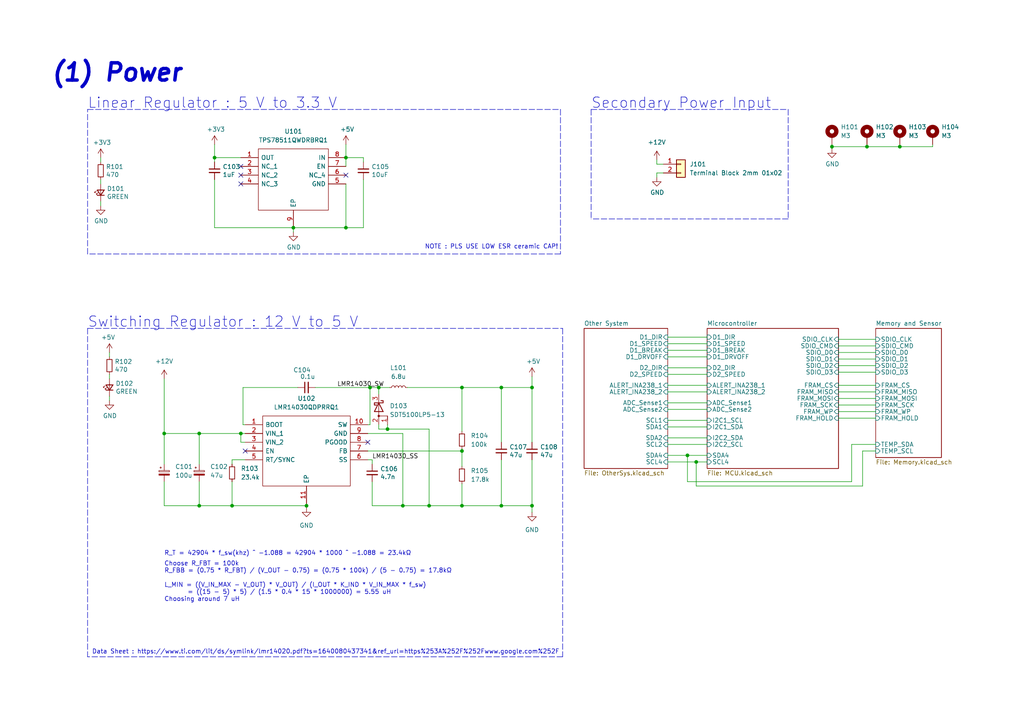
<source format=kicad_sch>
(kicad_sch (version 20211123) (generator eeschema)
  (paper "A4")
  (title_block (title "Power") (date "2021-12-27") (rev "REV1") (company "FIBO"))
  (lib_symbols
    (symbol "Connector_Generic:Conn_01x02" (pin_names (offset 1.016) hide)
      (property "Reference" "J" (at 0 2.54 0))
      (property "Value" "Conn_01x02" (at 0 -5.08 0))
      (symbol "Conn_01x02_1_1"
        (rectangle (start -1.27 -2.413) (end 0 -2.667) (stroke (width 0.1524)))
        (rectangle (start -1.27 0.127) (end 0 -0.127) (stroke (width 0.1524)))
        (rectangle (start -1.27 1.27) (end 1.27 -3.81) (stroke (width 0.254)) (fill (type background)))
        (pin passive line (at -5.08 0 0) (length 3.81) (name "Pin_1") (number "1"))
        (pin passive line (at -5.08 -2.54 0) (length 3.81) (name "Pin_2") (number "2"))
      )
    )
    (symbol "Device:C_Polarized_Small" (pin_numbers hide) (pin_names (offset 0.254) hide)
      (property "Reference" "C" (at 0.254 1.778 0))
      (property "Value" "C_Polarized_Small" (at 0.254 -2.032 0))
      (symbol "C_Polarized_Small_0_1"
        (rectangle (start -1.524 -0.3048) (end 1.524 -0.6858) (fill (type outline)))
        (rectangle (start -1.524 0.6858) (end 1.524 0.3048))
        (polyline (pts (xy -1.27 1.524) (xy -0.762 1.524)))
        (polyline (pts (xy -1.016 1.27) (xy -1.016 1.778)))
      )
      (symbol "C_Polarized_Small_1_1"
        (pin passive line (at 0 2.54 270) (length 1.8542) (name "~") (number "1"))
        (pin passive line (at 0 -2.54 90) (length 1.8542) (name "~") (number "2"))
      )
    )
    (symbol "Device:C_Small" (pin_numbers hide) (pin_names (offset 0.254) hide)
      (property "Reference" "C" (at 0.254 1.778 0))
      (property "Value" "C_Small" (at 0.254 -2.032 0))
      (symbol "C_Small_0_1"
        (polyline (pts (xy -1.524 -0.508) (xy 1.524 -0.508)) (stroke (width 0.3302)))
        (polyline (pts (xy -1.524 0.508) (xy 1.524 0.508)) (stroke (width 0.3048)))
      )
      (symbol "C_Small_1_1"
        (pin passive line (at 0 2.54 270) (length 2.032) (name "~") (number "1"))
        (pin passive line (at 0 -2.54 90) (length 2.032) (name "~") (number "2"))
      )
    )
    (symbol "Device:D_Schottky_AAK" (pin_names (offset 0) hide)
      (property "Reference" "D" (at 0 2.54 0))
      (property "Value" "D_Schottky_AAK" (at 0 -2.54 0))
      (symbol "D_Schottky_AAK_0_1"
        (polyline (pts (xy 1.27 1.27) (xy 1.27 -1.27) (xy -1.27 0) (xy 1.27 1.27)) (stroke (width 0.254)))
        (polyline (pts (xy 3.81 2.54) (xy 2.54 2.54) (xy 2.54 0) (xy -1.27 0)))
        (polyline (pts (xy -1.905 0.635) (xy -1.905 1.27) (xy -1.27 1.27) (xy -1.27 -1.27) (xy -0.635 -1.27) (xy -0.635 -0.635)) (stroke (width 0.254)))
        (circle (center 2.54 0) (radius 0.254) (fill (type outline)))
      )
      (symbol "D_Schottky_AAK_1_1"
        (pin passive line (at 5.08 2.54 180) (length 2.54) (name "A") (number "1"))
        (pin passive line (at 5.08 0 180) (length 2.54) (name "A") (number "2"))
        (pin passive line (at -3.81 0 0) (length 2.54) (name "K") (number "3"))
      )
    )
    (symbol "Device:LED_Small" (pin_numbers hide) (pin_names (offset 0.254) hide)
      (property "Reference" "D" (at -1.27 3.175 0))
      (property "Value" "LED_Small" (at -4.445 -2.54 0))
      (symbol "LED_Small_0_1"
        (polyline (pts (xy -0.762 -1.016) (xy -0.762 1.016)) (stroke (width 0.254)))
        (polyline (pts (xy 1.016 0) (xy -0.762 0)))
        (polyline (pts (xy 0.762 -1.016) (xy -0.762 0) (xy 0.762 1.016) (xy 0.762 -1.016)) (stroke (width 0.254)))
        (polyline (pts (xy 0 0.762) (xy -0.508 1.27) (xy -0.254 1.27) (xy -0.508 1.27) (xy -0.508 1.016)))
        (polyline (pts (xy 0.508 1.27) (xy 0 1.778) (xy 0.254 1.778) (xy 0 1.778) (xy 0 1.524)))
      )
      (symbol "LED_Small_1_1"
        (pin passive line (at -2.54 0 0) (length 1.778) (name "K") (number "1"))
        (pin passive line (at 2.54 0 180) (length 1.778) (name "A") (number "2"))
      )
    )
    (symbol "Device:L_Small" (pin_numbers hide) (pin_names (offset 0.254) hide)
      (property "Reference" "L" (at 0.762 1.016 0))
      (property "Value" "L_Small" (at 0.762 -1.016 0))
      (symbol "L_Small_0_1"
        (arc (start 0 -2.032) (mid 0.508 -1.524) (end 0 -1.016))
        (arc (start 0 -1.016) (mid 0.508 -0.508) (end 0 0))
        (arc (start 0 0) (mid 0.508 0.508) (end 0 1.016))
        (arc (start 0 1.016) (mid 0.508 1.524) (end 0 2.032))
      )
      (symbol "L_Small_1_1"
        (pin passive line (at 0 2.54 270) (length 0.508) (name "~") (number "1"))
        (pin passive line (at 0 -2.54 90) (length 0.508) (name "~") (number "2"))
      )
    )
    (symbol "Device:R_Small" (pin_numbers hide) (pin_names (offset 0.254) hide)
      (property "Reference" "R" (at 0.762 0.508 0))
      (property "Value" "R_Small" (at 0.762 -1.016 0))
      (symbol "R_Small_0_1"
        (rectangle (start -0.762 1.778) (end 0.762 -1.778) (stroke (width 0.2032)))
      )
      (symbol "R_Small_1_1"
        (pin passive line (at 0 2.54 270) (length 0.762) (name "~") (number "1"))
        (pin passive line (at 0 -2.54 90) (length 0.762) (name "~") (number "2"))
      )
    )
    (symbol "Mechanical:MountingHole_Pad" (pin_numbers hide) (pin_names (offset 1.016) hide)
      (property "Reference" "H" (at 0 6.35 0))
      (property "Value" "MountingHole_Pad" (at 0 4.445 0))
      (symbol "MountingHole_Pad_0_1"
        (circle (center 0 1.27) (radius 1.27) (stroke (width 1.27)))
      )
      (symbol "MountingHole_Pad_1_1"
        (pin input line (at 0 -2.54 90) (length 2.54) (name "1") (number "1"))
      )
    )
    (symbol "SamacSys_Parts:TPS78511QWDRBRQ1" (pin_names (offset 0.762))
      (property "Reference" "IC" (at 26.67 7.62 0))
      (property "Value" "TPS78511QWDRBRQ1" (at 26.67 5.08 0))
      (symbol "TPS78511QWDRBRQ1_0_0"
        (pin passive line (at 0 0 0) (length 5.08) (name "OUT") (number "1"))
        (pin passive line (at 0 -2.54 0) (length 5.08) (name "NC_1") (number "2"))
        (pin passive line (at 0 -5.08 0) (length 5.08) (name "NC_2") (number "3"))
        (pin passive line (at 0 -7.62 0) (length 5.08) (name "NC_3") (number "4"))
        (pin passive line (at 30.48 -7.62 180) (length 5.08) (name "GND") (number "5"))
        (pin passive line (at 30.48 -5.08 180) (length 5.08) (name "NC_4") (number "6"))
        (pin passive line (at 30.48 -2.54 180) (length 5.08) (name "EN") (number "7"))
        (pin passive line (at 30.48 0 180) (length 5.08) (name "IN") (number "8"))
        (pin passive line (at 15.24 -20.32 90) (length 5.08) (name "EP") (number "9"))
      )
      (symbol "TPS78511QWDRBRQ1_0_1"
        (polyline (pts (xy 5.08 2.54) (xy 25.4 2.54) (xy 25.4 -15.24) (xy 5.08 -15.24) (xy 5.08 2.54)) (stroke (width 0.1524)))
      )
    )
    (symbol "SamacSys_Parts_2:LMR14030QDPRRQ1" (pin_names (offset 0.762))
      (property "Reference" "IC" (at 31.75 7.62 0))
      (property "Value" "LMR14030QDPRRQ1" (at 31.75 5.08 0))
      (symbol "LMR14030QDPRRQ1_0_0"
        (pin passive line (at 0 0 0) (length 5.08) (name "BOOT") (number "1"))
        (pin passive line (at 35.56 0 180) (length 5.08) (name "SW") (number "10"))
        (pin passive line (at 17.78 -22.86 90) (length 5.08) (name "EP") (number "11"))
        (pin passive line (at 0 -2.54 0) (length 5.08) (name "VIN_1") (number "2"))
        (pin passive line (at 0 -5.08 0) (length 5.08) (name "VIN_2") (number "3"))
        (pin passive line (at 0 -7.62 0) (length 5.08) (name "EN") (number "4"))
        (pin passive line (at 0 -10.16 0) (length 5.08) (name "RT/SYNC") (number "5"))
        (pin passive line (at 35.56 -10.16 180) (length 5.08) (name "SS") (number "6"))
        (pin passive line (at 35.56 -7.62 180) (length 5.08) (name "FB") (number "7"))
        (pin passive line (at 35.56 -5.08 180) (length 5.08) (name "PGOOD") (number "8"))
        (pin passive line (at 35.56 -2.54 180) (length 5.08) (name "GND") (number "9"))
      )
      (symbol "LMR14030QDPRRQ1_0_1"
        (polyline (pts (xy 5.08 2.54) (xy 30.48 2.54) (xy 30.48 -17.78) (xy 5.08 -17.78) (xy 5.08 2.54)) (stroke (width 0.1524)))
      )
    )
    (symbol "power:+12V" (power) (pin_names (offset 0))
      (property "Value" "+12V" (at 0 3.556 0))
      (symbol "+12V_0_1"
        (polyline (pts (xy -0.762 1.27) (xy 0 2.54)))
        (polyline (pts (xy 0 0) (xy 0 2.54)))
        (polyline (pts (xy 0 2.54) (xy 0.762 1.27)))
      )
      (symbol "+12V_1_1"
        (pin power_in line (at 0 0 90) (length 0) hide (name "+12V") (number "1"))
      )
    )
    (symbol "power:+3.3V" (power) (pin_names (offset 0))
      (property "Value" "+3.3V" (at 0 3.556 0))
      (symbol "+3.3V_0_1"
        (polyline (pts (xy -0.762 1.27) (xy 0 2.54)))
        (polyline (pts (xy 0 0) (xy 0 2.54)))
        (polyline (pts (xy 0 2.54) (xy 0.762 1.27)))
      )
      (symbol "+3.3V_1_1"
        (pin power_in line (at 0 0 90) (length 0) hide (name "+3V3") (number "1"))
      )
    )
    (symbol "power:+5V" (power) (pin_names (offset 0))
      (property "Value" "+5V" (at 0 3.556 0))
      (symbol "+5V_0_1"
        (polyline (pts (xy -0.762 1.27) (xy 0 2.54)))
        (polyline (pts (xy 0 0) (xy 0 2.54)))
        (polyline (pts (xy 0 2.54) (xy 0.762 1.27)))
      )
      (symbol "+5V_1_1"
        (pin power_in line (at 0 0 90) (length 0) hide (name "+5V") (number "1"))
      )
    )
    (symbol "power:GND" (power) (pin_names (offset 0))
      (property "Value" "GND" (at 0 -3.81 0))
      (symbol "GND_0_1"
        (polyline (pts (xy 0 0) (xy 0 -1.27) (xy 1.27 -1.27) (xy 0 -2.54) (xy -1.27 -1.27) (xy 0 -1.27)))
      )
      (symbol "GND_1_1"
        (pin power_in line (at 0 0 270) (length 0) hide (name "GND") (number "1"))
      )
    )
  )
  (junction (at 154.305 112.395))
  (junction (at 241.3 42.545))
  (junction (at 133.985 146.685))
  (junction (at 100.33 45.72))
  (junction (at 145.415 146.685))
  (junction (at 199.39 132.08))
  (junction (at 57.785 146.685))
  (junction (at 145.415 112.395))
  (junction (at 85.09 66.04))
  (junction (at 47.625 125.73))
  (junction (at 109.855 112.395))
  (junction (at 100.33 66.04))
  (junction (at 69.85 125.73))
  (junction (at 62.23 45.72))
  (junction (at 67.31 146.685))
  (junction (at 88.9 146.685))
  (junction (at 154.305 146.685))
  (junction (at 112.395 124.46))
  (junction (at 57.785 125.73))
  (junction (at 107.315 112.395))
  (junction (at 260.985 42.545))
  (junction (at 251.46 42.545))
  (junction (at 116.84 146.685))
  (junction (at 133.985 130.81))
  (junction (at 201.93 133.985))
  (junction (at 133.985 112.395))
  (junction (at 124.46 146.685))
  (no_connect (at 69.85 53.34))
  (no_connect (at 71.12 130.81))
  (no_connect (at 100.33 50.8))
  (no_connect (at 69.85 50.8))
  (no_connect (at 106.68 128.27))
  (no_connect (at 69.85 48.26))
  (wire (pts (xy 118.11 112.395) (xy 133.985 112.395)))
  (wire (pts (xy 88.9 146.05) (xy 88.9 146.685)))
  (wire (pts (xy 241.3 41.91) (xy 241.3 42.545)))
  (wire (pts (xy 193.675 128.905) (xy 205.105 128.905)))
  (wire (pts (xy 241.3 42.545) (xy 251.46 42.545)))
  (wire (pts (xy 193.675 106.68) (xy 205.105 106.68)))
  (wire (pts (xy 193.675 127) (xy 205.105 127)))
  (wire (pts (xy 243.205 107.95) (xy 254 107.95)))
  (wire (pts (xy 145.415 133.35) (xy 145.415 146.685)))
  (wire (pts (xy 116.84 125.73) (xy 116.84 146.685)))
  (wire (pts (xy 105.41 66.04) (xy 105.41 52.07)))
  (wire (pts (xy 190.5 47.625) (xy 192.405 47.625)))
  (wire (pts (xy 260.985 42.545) (xy 270.51 42.545)))
  (wire (pts (xy 107.95 139.7) (xy 107.95 146.685)))
  (wire (pts (xy 193.675 116.84) (xy 205.105 116.84)))
  (wire (pts (xy 62.23 41.91) (xy 62.23 45.72)))
  (wire (pts (xy 199.39 132.08) (xy 205.105 132.08)))
  (polyline (pts (xy 228.6 63.5) (xy 171.45 63.5)))
  (wire (pts (xy 67.31 146.685) (xy 88.9 146.685)))
  (wire (pts (xy 250.19 140.97) (xy 250.19 130.81)))
  (wire (pts (xy 107.315 123.19) (xy 106.68 123.19)))
  (wire (pts (xy 190.5 47.625) (xy 190.5 46.355)))
  (wire (pts (xy 100.33 45.72) (xy 100.33 48.26)))
  (polyline (pts (xy 25.4 95.25) (xy 25.4 190.5)))
  (wire (pts (xy 69.85 128.27) (xy 69.85 125.73)))
  (wire (pts (xy 250.19 130.81) (xy 254 130.81)))
  (wire (pts (xy 109.855 124.46) (xy 109.855 123.19)))
  (wire (pts (xy 29.21 46.99) (xy 29.21 45.72)))
  (wire (pts (xy 193.675 123.825) (xy 205.105 123.825)))
  (wire (pts (xy 47.625 109.855) (xy 47.625 125.73)))
  (wire (pts (xy 106.68 133.35) (xy 107.95 133.35)))
  (wire (pts (xy 70.485 112.395) (xy 86.36 112.395)))
  (polyline (pts (xy 25.4 31.75) (xy 162.56 31.75)))
  (wire (pts (xy 57.785 146.685) (xy 67.31 146.685)))
  (wire (pts (xy 193.675 132.08) (xy 199.39 132.08)))
  (wire (pts (xy 190.5 50.165) (xy 190.5 51.435)))
  (wire (pts (xy 254 128.905) (xy 247.015 128.905)))
  (wire (pts (xy 243.205 104.14) (xy 254 104.14)))
  (wire (pts (xy 154.305 112.395) (xy 154.305 128.27)))
  (polyline (pts (xy 228.6 31.75) (xy 228.6 63.5)))
  (wire (pts (xy 124.46 146.685) (xy 133.985 146.685)))
  (wire (pts (xy 154.305 133.35) (xy 154.305 146.685)))
  (wire (pts (xy 29.21 59.69) (xy 29.21 58.42)))
  (wire (pts (xy 243.205 121.285) (xy 254 121.285)))
  (wire (pts (xy 31.75 108.585) (xy 31.75 109.855)))
  (wire (pts (xy 193.675 111.76) (xy 205.105 111.76)))
  (wire (pts (xy 91.44 112.395) (xy 107.315 112.395)))
  (wire (pts (xy 133.985 130.81) (xy 133.985 135.255)))
  (wire (pts (xy 85.09 66.04) (xy 85.09 67.31)))
  (wire (pts (xy 109.855 124.46) (xy 112.395 124.46)))
  (wire (pts (xy 112.395 124.46) (xy 124.46 124.46)))
  (wire (pts (xy 71.12 123.19) (xy 70.485 123.19)))
  (wire (pts (xy 243.205 115.57) (xy 254 115.57)))
  (wire (pts (xy 190.5 50.165) (xy 192.405 50.165)))
  (wire (pts (xy 100.33 53.34) (xy 100.33 66.04)))
  (wire (pts (xy 193.675 108.585) (xy 205.105 108.585)))
  (wire (pts (xy 199.39 139.7) (xy 199.39 132.08)))
  (wire (pts (xy 133.985 130.175) (xy 133.985 130.81)))
  (wire (pts (xy 71.12 133.35) (xy 67.31 133.35)))
  (wire (pts (xy 105.41 45.72) (xy 105.41 46.99)))
  (wire (pts (xy 193.675 99.695) (xy 205.105 99.695)))
  (wire (pts (xy 247.015 128.905) (xy 247.015 139.7)))
  (wire (pts (xy 109.855 112.395) (xy 113.03 112.395)))
  (wire (pts (xy 193.675 103.505) (xy 205.105 103.505)))
  (wire (pts (xy 47.625 125.73) (xy 57.785 125.73)))
  (wire (pts (xy 116.84 146.685) (xy 124.46 146.685)))
  (wire (pts (xy 106.68 125.73) (xy 116.84 125.73)))
  (wire (pts (xy 247.015 139.7) (xy 199.39 139.7)))
  (wire (pts (xy 106.68 130.81) (xy 133.985 130.81)))
  (wire (pts (xy 67.31 139.7) (xy 67.31 146.685)))
  (wire (pts (xy 112.395 124.46) (xy 112.395 123.19)))
  (wire (pts (xy 241.3 42.545) (xy 241.3 43.18)))
  (wire (pts (xy 193.675 113.665) (xy 205.105 113.665)))
  (wire (pts (xy 154.305 146.685) (xy 145.415 146.685)))
  (wire (pts (xy 69.85 125.73) (xy 71.12 125.73)))
  (wire (pts (xy 260.985 41.91) (xy 260.985 42.545)))
  (polyline (pts (xy 25.4 73.66) (xy 25.4 31.75)))
  (polyline (pts (xy 25.4 95.25) (xy 163.195 95.25)))
  (wire (pts (xy 243.205 119.38) (xy 254 119.38)))
  (wire (pts (xy 88.9 146.685) (xy 88.9 147.32)))
  (wire (pts (xy 193.675 121.92) (xy 205.105 121.92)))
  (wire (pts (xy 154.305 146.685) (xy 154.305 148.59)))
  (wire (pts (xy 145.415 112.395) (xy 145.415 128.27)))
  (wire (pts (xy 251.46 42.545) (xy 260.985 42.545)))
  (wire (pts (xy 193.675 118.745) (xy 205.105 118.745)))
  (wire (pts (xy 270.51 41.91) (xy 270.51 42.545)))
  (wire (pts (xy 47.625 146.685) (xy 47.625 139.7)))
  (wire (pts (xy 133.985 112.395) (xy 145.415 112.395)))
  (wire (pts (xy 133.985 146.685) (xy 145.415 146.685)))
  (wire (pts (xy 243.205 117.475) (xy 254 117.475)))
  (wire (pts (xy 116.84 146.685) (xy 107.95 146.685)))
  (wire (pts (xy 243.205 100.33) (xy 254 100.33)))
  (wire (pts (xy 201.93 133.985) (xy 205.105 133.985)))
  (wire (pts (xy 243.205 102.235) (xy 254 102.235)))
  (wire (pts (xy 62.23 66.04) (xy 62.23 52.07)))
  (wire (pts (xy 251.46 41.91) (xy 251.46 42.545)))
  (wire (pts (xy 70.485 123.19) (xy 70.485 112.395)))
  (polyline (pts (xy 171.45 31.75) (xy 228.6 31.75)))
  (polyline (pts (xy 163.195 95.25) (xy 163.195 190.5)))
  (wire (pts (xy 133.985 112.395) (xy 133.985 125.095)))
  (wire (pts (xy 107.315 112.395) (xy 109.855 112.395)))
  (polyline (pts (xy 171.45 31.75) (xy 171.45 63.5)))
  (wire (pts (xy 69.85 45.72) (xy 62.23 45.72)))
  (polyline (pts (xy 163.195 190.5) (xy 25.4 190.5)))
  (wire (pts (xy 201.93 133.985) (xy 201.93 140.97)))
  (wire (pts (xy 243.205 98.425) (xy 254 98.425)))
  (wire (pts (xy 201.93 140.97) (xy 250.19 140.97)))
  (wire (pts (xy 107.95 133.35) (xy 107.95 134.62)))
  (wire (pts (xy 100.33 66.04) (xy 85.09 66.04)))
  (wire (pts (xy 243.205 111.76) (xy 254 111.76)))
  (wire (pts (xy 100.33 41.91) (xy 100.33 45.72)))
  (wire (pts (xy 57.785 125.73) (xy 57.785 134.62)))
  (wire (pts (xy 145.415 112.395) (xy 154.305 112.395)))
  (wire (pts (xy 57.785 125.73) (xy 69.85 125.73)))
  (wire (pts (xy 193.675 133.985) (xy 201.93 133.985)))
  (wire (pts (xy 47.625 125.73) (xy 47.625 134.62)))
  (wire (pts (xy 243.205 106.045) (xy 254 106.045)))
  (wire (pts (xy 193.675 101.6) (xy 205.105 101.6)))
  (wire (pts (xy 193.675 97.79) (xy 205.105 97.79)))
  (wire (pts (xy 85.09 66.04) (xy 62.23 66.04)))
  (wire (pts (xy 154.305 109.22) (xy 154.305 112.395)))
  (wire (pts (xy 57.785 146.685) (xy 47.625 146.685)))
  (wire (pts (xy 124.46 124.46) (xy 124.46 146.685)))
  (wire (pts (xy 109.855 112.395) (xy 109.855 114.3)))
  (wire (pts (xy 133.985 140.335) (xy 133.985 146.685)))
  (wire (pts (xy 107.315 112.395) (xy 107.315 123.19)))
  (wire (pts (xy 29.21 53.34) (xy 29.21 52.07)))
  (wire (pts (xy 67.31 133.35) (xy 67.31 134.62)))
  (polyline (pts (xy 162.56 73.66) (xy 25.4 73.66)))
  (wire (pts (xy 31.75 116.205) (xy 31.75 114.935)))
  (wire (pts (xy 71.12 128.27) (xy 69.85 128.27)))
  (polyline (pts (xy 162.56 31.75) (xy 162.56 73.66)))
  (wire (pts (xy 62.23 45.72) (xy 62.23 46.99)))
  (wire (pts (xy 100.33 66.04) (xy 105.41 66.04)))
  (wire (pts (xy 100.33 45.72) (xy 105.41 45.72)))
  (wire (pts (xy 57.785 139.7) (xy 57.785 146.685)))
  (wire (pts (xy 31.75 103.505) (xy 31.75 102.235)))
  (wire (pts (xy 243.205 113.665) (xy 254 113.665)))
  (text "Secondary Power Input" (at 171.45 31.75 0) (effects (font (size 3 3)) (justify left bottom)))
  (text "Choose R_FBT = 100k\nR_FBB = (0.75 * R_FBT) / (V_OUT - 0.75) = (0.75 * 100k) / (5 - 0.75) = 17.8kΩ" (at 47.625 166.37 0) (effects (font (size 1.27 1.27)) (justify left bottom)))
  (text "(1) Power\n" (at 14.605 24.13 0) (effects (font (size 5 5) (thickness 1) bold italic) (justify left bottom)))
  (text "Switching Regulator : 12 V to 5 V" (at 25.4 95.25 0) (effects (font (size 3 3)) (justify left bottom)))
  (text "L_MIN = ((V_IN_MAX - V_OUT) * V_OUT) / (I_OUT * K_IND * V_IN_MAX * f_sw)\n	  = ((15 - 5) * 5) / (1.5 * 0.4 * 15 * 1000000) = 5.55 uH\nChoosing around 7 uH" (at 47.625 174.625 0) (effects (font (size 1.27 1.27)) (justify left bottom)))
  (text "R_T = 42904 * f_sw(khz) ^ -1.088 = 42904 * 1000 ^ -1.088 = 23.4kΩ" (at 47.625 161.29 0) (effects (font (size 1.27 1.27)) (justify left bottom)))
  (text "Data Sheet : https://www.ti.com/lit/ds/symlink/lmr14020.pdf?ts=1640080437341&ref_url=https%253A%252F%252Fwww.google.com%252F" (at 26.67 189.865 0) (effects (font (size 1.27 1.27)) (justify left bottom)))
  (text "Linear Regulator : 5 V to 3.3 V" (at 25.4 31.75 0) (effects (font (size 3 3)) (justify left bottom)))
  (text "NOTE : PLS USE LOW ESR ceramic CAP!\n" (at 123.19 72.39 0) (effects (font (size 1.27 1.27)) (justify left bottom)))
  (label "LMR14030_SS" (at 107.95 133.35 0))
  (label "LMR14030_SW" (at 97.79 112.395 0))
  (symbol (lib_id "power:+12V") (at 190.5 46.355 0) (unit 1)
    (property "Reference" "#PWR0112" (effects hide))
    (property "Value" "+12V" (at 190.5 41.275 0))
  )
  (symbol (lib_id "Device:L_Small") (at 115.57 112.395 90) (unit 1)
    (property "Reference" "L101" (at 115.57 106.68 90))
    (property "Value" "6.8u" (at 115.57 109.22 90))
    (property "Footprint" "SamacSys_Parts:VLS6045" (effects hide))
    (property "MFR" "FXL0420-6R8-M" (effects hide))
  )
  (symbol (lib_id "Connector_Generic:Conn_01x02") (at 197.485 47.625 0) (unit 1)
    (property "Reference" "J101" (at 200.025 47.6249 0) (effects (justify left)))
    (property "Value" "Terminal Block 2mm 01x02" (at 200.025 50.1649 0) (effects (justify left)))
    (property "Footprint" "TerminalBlock_4Ucon:TerminalBlock_4Ucon_1x02_P3.50mm_Horizontal" (effects hide))
  )
  (symbol (lib_id "power:GND") (at 31.75 116.205 0) (unit 1)
    (property "Reference" "#PWR0104" (effects hide))
    (property "Value" "GND" (at 31.877 120.5992 0))
  )
  (symbol (lib_id "Mechanical:MountingHole_Pad") (at 270.51 39.37 0) (unit 1)
    (property "Reference" "H104" (at 273.05 36.8299 0) (effects (justify left)))
    (property "Value" "M3" (at 273.05 39.3699 0) (effects (justify left)))
    (property "Footprint" "MountingHole:MountingHole_3.2mm_M3_Pad_Via" (effects hide))
  )
  (symbol (lib_id "Device:R_Small") (at 29.21 49.53 0) (unit 1)
    (property "Reference" "R101" (at 30.7086 48.3616 0) (effects (justify left)))
    (property "Value" "470" (at 30.7086 50.673 0) (effects (justify left)))
    (property "Footprint" "Resistor_SMD:R_0603_1608Metric" (effects hide))
  )
  (symbol (lib_id "power:GND") (at 190.5 51.435 0) (unit 1)
    (property "Reference" "#PWR0113" (effects hide))
    (property "Value" "GND" (at 190.627 55.8292 0))
  )
  (symbol (lib_id "SamacSys_Parts:TPS78511QWDRBRQ1") (at 69.85 45.72 0) (unit 1)
    (property "Reference" "U101" (at 85.09 38.1 0))
    (property "Value" "TPS78511QWDRBRQ1" (at 85.09 40.64 0))
    (property "Footprint" "SamacSys_Parts:SON65P300X300X100-9N-D" (effects hide))
    (property "Datasheet" "https://www.ti.com/lit/gpn/TPS785-Q1" (effects hide))
    (property "Description" "LDO Voltage Regulators Automotive, 1-A, high-accuracy, adjustable low-dropout (LDO) linear regulator" (effects hide))
    (property "Height" "1" (effects hide))
    (property "Manufacturer_Name" "Texas Instruments" (effects hide))
    (property "Manufacturer_Part_Number" "TPS78511QWDRBRQ1" (effects hide))
    (property "Mouser Part Number" "595-TPS78511QWDRBRQ1" (effects hide))
    (property "Mouser Price/Stock" "https://www.mouser.co.uk/ProductDetail/Texas-Instruments/TPS78511QWDRBRQ1?qs=iLbezkQI%252BsjmNOM1ZfJBPw%3D%3D" (effects hide))
    (property "Arrow Part Number" "TPS78511QWDRBRQ1" (effects hide))
    (property "Arrow Price/Stock" "https://www.arrow.com/en/products/tps78511qwdrbrq1/texas-instruments?region=nac" (effects hide))
  )
  (symbol (lib_id "power:+5V") (at 154.305 109.22 0) (unit 1)
    (property "Reference" "#PWR0110" (effects hide))
    (property "Value" "+5V" (at 154.686 104.8258 0))
  )
  (symbol (lib_id "Device:C_Polarized_Small") (at 47.625 137.16 0) (unit 1)
    (property "Reference" "C101" (at 50.8 135.3438 0) (effects (justify left)))
    (property "Value" "100u" (at 50.8 137.8838 0) (effects (justify left)))
    (property "Footprint" "Capacitor_SMD:CP_Elec_6.3x5.4" (effects hide))
  )
  (symbol (lib_id "Device:LED_Small") (at 31.75 112.395 90) (unit 1)
    (property "Reference" "D102" (at 33.528 111.2266 90) (effects (justify right)))
    (property "Value" "GREEN" (at 33.528 113.538 90) (effects (justify right)))
    (property "Footprint" "LED_SMD:LED_0603_1608Metric" (effects hide))
  )
  (symbol (lib_id "Device:R_Small") (at 133.985 127.635 0) (unit 1)
    (property "Reference" "R104" (at 136.525 126.3649 0) (effects (justify left)))
    (property "Value" "100k" (at 136.525 128.9049 0) (effects (justify left)))
    (property "Footprint" "Resistor_SMD:R_0603_1608Metric" (effects hide))
  )
  (symbol (lib_id "power:GND") (at 241.3 43.18 0) (unit 1)
    (property "Reference" "#PWR0114" (effects hide))
    (property "Value" "GND" (at 241.427 47.5742 0))
  )
  (symbol (lib_id "power:+5V") (at 100.33 41.91 0) (unit 1)
    (property "Reference" "#PWR0109" (effects hide))
    (property "Value" "+5V" (at 100.711 37.5158 0))
  )
  (symbol (lib_id "Device:C_Small") (at 154.305 130.81 0) (unit 1)
    (property "Reference" "C108" (at 156.6418 129.6416 0) (effects (justify left)))
    (property "Value" "47u" (at 156.6418 131.953 0) (effects (justify left)))
    (property "Footprint" "Capacitor_SMD:C_1210_3225Metric" (effects hide))
  )
  (symbol (lib_id "power:GND") (at 88.9 147.32 0) (unit 1)
    (property "Reference" "#PWR0108" (effects hide))
    (property "Value" "GND" (at 88.9 152.4 0))
  )
  (symbol (lib_id "power:+3.3V") (at 62.23 41.91 0) (unit 1)
    (property "Reference" "#PWR0106" (effects hide))
    (property "Value" "+3.3V" (at 62.611 37.5158 0))
  )
  (symbol (lib_id "Device:R_Small") (at 31.75 106.045 0) (unit 1)
    (property "Reference" "R102" (at 33.2486 104.8766 0) (effects (justify left)))
    (property "Value" "470" (at 33.2486 107.188 0) (effects (justify left)))
    (property "Footprint" "Resistor_SMD:R_0603_1608Metric" (effects hide))
  )
  (symbol (lib_id "Device:C_Polarized_Small") (at 57.785 137.16 0) (unit 1)
    (property "Reference" "C102" (at 60.96 135.3438 0) (effects (justify left)))
    (property "Value" "47u" (at 60.96 137.8838 0) (effects (justify left)))
    (property "Footprint" "Capacitor_SMD:CP_Elec_6.3x5.4" (effects hide))
    (property "Mfr" "EEE1VA470WP" (effects hide))
  )
  (symbol (lib_id "Mechanical:MountingHole_Pad") (at 241.3 39.37 0) (unit 1)
    (property "Reference" "H101" (at 243.84 36.8299 0) (effects (justify left)))
    (property "Value" "M3" (at 243.84 39.3699 0) (effects (justify left)))
    (property "Footprint" "MountingHole:MountingHole_3.2mm_M3_Pad_Via" (effects hide))
  )
  (symbol (lib_id "Device:R_Small") (at 67.31 137.16 0) (unit 1)
    (property "Reference" "R103" (at 69.85 135.8899 0) (effects (justify left)))
    (property "Value" "23.4k" (at 69.85 138.4299 0) (effects (justify left)))
    (property "Footprint" "Resistor_SMD:R_0603_1608Metric" (effects hide))
  )
  (symbol (lib_id "Device:D_Schottky_AAK") (at 109.855 118.11 270) (unit 1)
    (property "Reference" "D103" (at 113.03 117.7289 90) (effects (justify left)))
    (property "Value" "SDT5100LP5-13" (at 113.03 120.2689 90) (effects (justify left)))
    (property "Footprint" "SamacSys_Parts:SDT5100LP513" (effects hide))
  )
  (symbol (lib_id "Device:C_Small") (at 107.95 137.16 0) (unit 1)
    (property "Reference" "C106" (at 110.2868 135.9916 0) (effects (justify left)))
    (property "Value" "4.7n" (at 110.2868 138.303 0) (effects (justify left)))
    (property "Footprint" "Capacitor_SMD:C_0603_1608Metric" (effects hide))
  )
  (symbol (lib_id "Mechanical:MountingHole_Pad") (at 260.985 39.37 0) (unit 1)
    (property "Reference" "H103" (at 263.525 36.8299 0) (effects (justify left)))
    (property "Value" "M3" (at 263.525 39.3699 0) (effects (justify left)))
    (property "Footprint" "MountingHole:MountingHole_3.2mm_M3_Pad_Via" (effects hide))
  )
  (symbol (lib_id "power:GND") (at 29.21 59.69 0) (unit 1)
    (property "Reference" "#PWR0102" (effects hide))
    (property "Value" "GND" (at 29.337 64.0842 0))
  )
  (symbol (lib_id "power:GND") (at 85.09 67.31 0) (unit 1)
    (property "Reference" "#PWR0107" (effects hide))
    (property "Value" "GND" (at 85.217 71.7042 0))
  )
  (symbol (lib_id "Mechanical:MountingHole_Pad") (at 251.46 39.37 0) (unit 1)
    (property "Reference" "H102" (at 254 36.8299 0) (effects (justify left)))
    (property "Value" "M3" (at 254 39.3699 0) (effects (justify left)))
    (property "Footprint" "MountingHole:MountingHole_3.2mm_M3_Pad_Via" (effects hide))
  )
  (symbol (lib_id "Device:C_Small") (at 145.415 130.81 0) (unit 1)
    (property "Reference" "C107" (at 147.7518 129.6416 0) (effects (justify left)))
    (property "Value" "47u" (at 147.7518 131.953 0) (effects (justify left)))
    (property "Footprint" "Capacitor_SMD:C_1210_3225Metric" (effects hide))
  )
  (symbol (lib_id "power:GND") (at 154.305 148.59 0) (unit 1)
    (property "Reference" "#PWR0111" (effects hide))
    (property "Value" "GND" (at 154.305 153.67 0))
  )
  (symbol (lib_id "power:+12V") (at 47.625 109.855 0) (unit 1)
    (property "Reference" "#PWR0105" (effects hide))
    (property "Value" "+12V" (at 47.625 104.775 0))
  )
  (symbol (lib_id "Device:R_Small") (at 133.985 137.795 0) (unit 1)
    (property "Reference" "R105" (at 136.525 136.5249 0) (effects (justify left)))
    (property "Value" "17.8k" (at 136.525 139.0649 0) (effects (justify left)))
    (property "Footprint" "Resistor_SMD:R_0603_1608Metric" (effects hide))
  )
  (symbol (lib_id "Device:LED_Small") (at 29.21 55.88 90) (unit 1)
    (property "Reference" "D101" (at 30.988 54.7116 90) (effects (justify right)))
    (property "Value" "GREEN" (at 30.988 57.023 90) (effects (justify right)))
    (property "Footprint" "LED_SMD:LED_0603_1608Metric" (effects hide))
  )
  (symbol (lib_id "Device:C_Small") (at 62.23 49.53 0) (unit 1)
    (property "Reference" "C103" (at 64.5668 48.3616 0) (effects (justify left)))
    (property "Value" "1uF" (at 64.5668 50.673 0) (effects (justify left)))
    (property "Footprint" "Capacitor_SMD:C_0603_1608Metric" (effects hide))
  )
  (symbol (lib_id "power:+3.3V") (at 29.21 45.72 0) (unit 1)
    (property "Reference" "#PWR0101" (effects hide))
    (property "Value" "+3.3V" (at 29.591 41.3258 0))
  )
  (symbol (lib_id "Device:C_Small") (at 88.9 112.395 90) (unit 1)
    (property "Reference" "C104" (at 90.17 107.315 90) (effects (justify left)))
    (property "Value" "0.1u" (at 91.44 109.22 90) (effects (justify left)))
    (property "Footprint" "Capacitor_SMD:C_0603_1608Metric" (effects hide))
  )
  (symbol (lib_id "power:+5V") (at 31.75 102.235 0) (mirror y) (unit 1)
    (property "Reference" "#PWR0103" (effects hide))
    (property "Value" "+5V" (at 31.369 97.8408 0))
  )
  (symbol (lib_id "Device:C_Small") (at 105.41 49.53 0) (unit 1)
    (property "Reference" "C105" (at 107.7468 48.3616 0) (effects (justify left)))
    (property "Value" "10uF" (at 107.7468 50.673 0) (effects (justify left)))
    (property "Footprint" "Capacitor_SMD:C_0603_1608Metric" (effects hide))
  )
  (symbol (lib_id "SamacSys_Parts_2:LMR14030QDPRRQ1") (at 71.12 123.19 0) (unit 1)
    (property "Reference" "U102" (at 88.9 115.57 0))
    (property "Value" "LMR14030QDPRRQ1" (at 88.9 118.11 0))
    (property "Footprint" "SamacSys_Parts:SON80P400X400X80-11N-D" (effects hide))
    (property "Datasheet" "http://www.ti.com/lit/gpn/lmr14030-q1" (effects hide))
    (property "Description" "Automotive 40V, 3.5A SIMPLE SWITCHER&#174;, 2.2MHz Step-Down Regulator with 40uA IQ" (effects hide))
    (property "Height" "0.8" (effects hide))
    (property "Manufacturer_Name" "Texas Instruments" (effects hide))
    (property "Manufacturer_Part_Number" "LMR14030QDPRRQ1" (effects hide))
    (property "Mouser Part Number" "595-LMR14030QDPRRQ1" (effects hide))
    (property "Mouser Price/Stock" "https://www.mouser.co.uk/ProductDetail/Texas-Instruments/LMR14030QDPRRQ1?qs=osPbIpHqQ9W8GWWKtDyJIw%3D%3D" (effects hide))
    (property "Arrow Part Number" "LMR14030QDPRRQ1" (effects hide))
    (property "Arrow Price/Stock" "https://www.arrow.com/en/products/lmr14030qdprrq1/texas-instruments?region=nac" (effects hide))
  )
  (sheet (at 205.105 95.25) (size 38.1 40.64) (stroke (width 0.1524))
    (property "Sheet name" "Microcontroller" (at 205.105 94.5384 0) (effects (justify left bottom)))
    (property "Sheet file" "MCU.kicad_sch" (at 205.105 136.4746 0) (effects (justify left top)))
    (pin "D1_DRVOFF" input (at 205.105 103.505 180))
    (pin "D2_SPEED" input (at 205.105 108.585 180))
    (pin "D2_DIR" input (at 205.105 106.68 180))
    (pin "I2C2_SCL" input (at 205.105 128.905 180))
    (pin "I2C2_SDA" input (at 205.105 127 180))
    (pin "SDA4" input (at 205.105 132.08 180))
    (pin "SCL4" input (at 205.105 133.985 180))
    (pin "ALERT_INA238_2" input (at 205.105 113.665 180))
    (pin "ALERT_INA238_1" input (at 205.105 111.76 180))
    (pin "ADC_Sense2" input (at 205.105 118.745 180))
    (pin "ADC_Sense1" input (at 205.105 116.84 180))
    (pin "D1_SPEED" input (at 205.105 99.695 180))
    (pin "D1_BREAK" input (at 205.105 101.6 180))
    (pin "SDIO_D1" input (at 243.205 104.14 0))
    (pin "SDIO_D0" input (at 243.205 102.235 0))
    (pin "D1_DIR" input (at 205.105 97.79 180))
    (pin "FRAM_MOSI" input (at 243.205 115.57 0))
    (pin "FRAM_MISO" input (at 243.205 113.665 0))
    (pin "FRAM_SCK" input (at 243.205 117.475 0))
    (pin "FRAM_WP" input (at 243.205 119.38 0))
    (pin "FRAM_CS" input (at 243.205 111.76 0))
    (pin "I2C1_SCL" input (at 205.105 121.92 180))
    (pin "I2C1_SDA" input (at 205.105 123.825 180))
    (pin "SDIO_D2" input (at 243.205 106.045 0))
    (pin "SDIO_D3" input (at 243.205 107.95 0))
    (pin "SDIO_CMD" input (at 243.205 100.33 0))
    (pin "SDIO_CLK" input (at 243.205 98.425 0))
    (pin "FRAM_HOLD" input (at 243.205 121.285 0))
  )
  (sheet (at 254 95.25) (size 19.05 37.465) (stroke (width 0.1524))
    (property "Sheet name" "Memory and Sensor" (at 254 94.5384 0) (effects (justify left bottom)))
    (property "Sheet file" "Memory.kicad_sch" (at 254 133.2996 0) (effects (justify left top)))
    (pin "SDIO_D3" input (at 254 107.95 180))
    (pin "SDIO_CLK" input (at 254 98.425 180))
    (pin "SDIO_D2" input (at 254 106.045 180))
    (pin "SDIO_CMD" input (at 254 100.33 180))
    (pin "FRAM_MOSI" input (at 254 115.57 180))
    (pin "FRAM_SCK" input (at 254 117.475 180))
    (pin "FRAM_HOLD" input (at 254 121.285 180))
    (pin "FRAM_WP" input (at 254 119.38 180))
    (pin "FRAM_CS" input (at 254 111.76 180))
    (pin "FRAM_MISO" input (at 254 113.665 180))
    (pin "TEMP_SCL" input (at 254 130.81 180))
    (pin "TEMP_SDA" input (at 254 128.905 180))
    (pin "SDIO_D0" input (at 254 102.235 180))
    (pin "SDIO_D1" input (at 254 104.14 180))
  )
  (sheet (at 169.418 95.25) (size 24.257 40.64) (stroke (width 0.1524))
    (property "Sheet name" "Other System" (at 169.418 94.5384 0) (effects (justify left bottom)))
    (property "Sheet file" "OtherSys.kicad_sch" (at 169.418 136.4746 0) (effects (justify left top)))
    (pin "D1_DRVOFF" input (at 193.675 103.505 0))
    (pin "ALERT_INA238_1" input (at 193.675 111.76 0))
    (pin "ALERT_INA238_2" input (at 193.675 113.665 0))
    (pin "D2_SPEED" input (at 193.675 108.585 0))
    (pin "D2_DIR" input (at 193.675 106.68 0))
    (pin "D1_BREAK" input (at 193.675 101.6 0))
    (pin "D1_SPEED" input (at 193.675 99.695 0))
    (pin "D1_DIR" input (at 193.675 97.79 0))
    (pin "ADC_Sense1" input (at 193.675 116.84 0))
    (pin "ADC_Sense2" input (at 193.675 118.745 0))
    (pin "SCL2" input (at 193.675 128.905 0))
    (pin "SDA4" input (at 193.675 132.08 0))
    (pin "SCL4" input (at 193.675 133.985 0))
    (pin "SCL1" input (at 193.675 121.92 0))
    (pin "SDA1" input (at 193.675 123.825 0))
    (pin "SDA2" input (at 193.675 127 0))
  )
)
</source>
